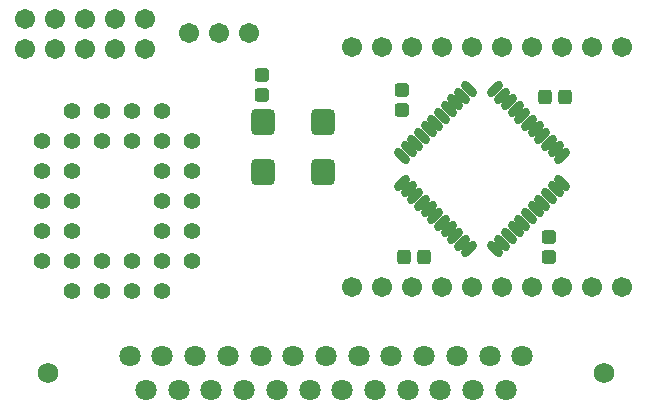
<source format=gts>
G04 Layer_Color=8388736*
%FSAX24Y24*%
%MOIN*%
G70*
G01*
G75*
G04:AMPARAMS|DCode=26|XSize=29.7mil|YSize=65.1mil|CornerRadius=0mil|HoleSize=0mil|Usage=FLASHONLY|Rotation=45.000|XOffset=0mil|YOffset=0mil|HoleType=Round|Shape=Round|*
%AMOVALD26*
21,1,0.0354,0.0297,0.0000,0.0000,135.0*
1,1,0.0297,0.0125,-0.0125*
1,1,0.0297,-0.0125,0.0125*
%
%ADD26OVALD26*%

G04:AMPARAMS|DCode=27|XSize=29.7mil|YSize=65.1mil|CornerRadius=0mil|HoleSize=0mil|Usage=FLASHONLY|Rotation=135.000|XOffset=0mil|YOffset=0mil|HoleType=Round|Shape=Round|*
%AMOVALD27*
21,1,0.0354,0.0297,0.0000,0.0000,225.0*
1,1,0.0297,0.0125,0.0125*
1,1,0.0297,-0.0125,-0.0125*
%
%ADD27OVALD27*%

G04:AMPARAMS|DCode=28|XSize=47.4mil|YSize=43.4mil|CornerRadius=8.4mil|HoleSize=0mil|Usage=FLASHONLY|Rotation=180.000|XOffset=0mil|YOffset=0mil|HoleType=Round|Shape=RoundedRectangle|*
%AMROUNDEDRECTD28*
21,1,0.0474,0.0266,0,0,180.0*
21,1,0.0305,0.0434,0,0,180.0*
1,1,0.0169,-0.0153,0.0133*
1,1,0.0169,0.0153,0.0133*
1,1,0.0169,0.0153,-0.0133*
1,1,0.0169,-0.0153,-0.0133*
%
%ADD28ROUNDEDRECTD28*%
G04:AMPARAMS|DCode=29|XSize=47.4mil|YSize=43.4mil|CornerRadius=8.4mil|HoleSize=0mil|Usage=FLASHONLY|Rotation=270.000|XOffset=0mil|YOffset=0mil|HoleType=Round|Shape=RoundedRectangle|*
%AMROUNDEDRECTD29*
21,1,0.0474,0.0266,0,0,270.0*
21,1,0.0305,0.0434,0,0,270.0*
1,1,0.0169,-0.0133,-0.0153*
1,1,0.0169,-0.0133,0.0153*
1,1,0.0169,0.0133,0.0153*
1,1,0.0169,0.0133,-0.0153*
%
%ADD29ROUNDEDRECTD29*%
G04:AMPARAMS|DCode=30|XSize=76.8mil|YSize=84.6mil|CornerRadius=11.8mil|HoleSize=0mil|Usage=FLASHONLY|Rotation=0.000|XOffset=0mil|YOffset=0mil|HoleType=Round|Shape=RoundedRectangle|*
%AMROUNDEDRECTD30*
21,1,0.0768,0.0610,0,0,0.0*
21,1,0.0532,0.0846,0,0,0.0*
1,1,0.0236,0.0266,-0.0305*
1,1,0.0236,-0.0266,-0.0305*
1,1,0.0236,-0.0266,0.0305*
1,1,0.0236,0.0266,0.0305*
%
%ADD30ROUNDEDRECTD30*%
%ADD31C,0.0710*%
%ADD32C,0.0680*%
%ADD33C,0.0560*%
%ADD34C,0.0670*%
%ADD35C,0.0671*%
D26*
X031770Y031264D02*
D03*
X031992Y031487D02*
D03*
X032215Y031710D02*
D03*
X032438Y031932D02*
D03*
X032660Y032155D02*
D03*
X032883Y032378D02*
D03*
X033106Y032601D02*
D03*
X033329Y032823D02*
D03*
X033551Y033046D02*
D03*
X033774Y033269D02*
D03*
X033997Y033491D02*
D03*
X037115Y030374D02*
D03*
X036892Y030151D02*
D03*
X036669Y029928D02*
D03*
X036446Y029705D02*
D03*
X036224Y029483D02*
D03*
X036001Y029260D02*
D03*
X035778Y029037D02*
D03*
X035556Y028815D02*
D03*
X035333Y028592D02*
D03*
X035110Y028369D02*
D03*
X034887Y028146D02*
D03*
D27*
Y033491D02*
D03*
X035110Y033269D02*
D03*
X035333Y033046D02*
D03*
X035556Y032823D02*
D03*
X035778Y032601D02*
D03*
X036001Y032378D02*
D03*
X036224Y032155D02*
D03*
X036446Y031932D02*
D03*
X036669Y031710D02*
D03*
X036892Y031487D02*
D03*
X037115Y031264D02*
D03*
X033997Y028146D02*
D03*
X033774Y028369D02*
D03*
X033551Y028592D02*
D03*
X033329Y028815D02*
D03*
X033106Y029037D02*
D03*
X032883Y029260D02*
D03*
X032660Y029483D02*
D03*
X032438Y029705D02*
D03*
X032215Y029928D02*
D03*
X031992Y030151D02*
D03*
X031770Y030374D02*
D03*
D28*
X027119Y033280D02*
D03*
Y033949D02*
D03*
X036686Y028555D02*
D03*
Y027886D02*
D03*
X031765Y032807D02*
D03*
Y033476D02*
D03*
D29*
X032493Y027906D02*
D03*
X031824D02*
D03*
X036548Y033221D02*
D03*
X037218D02*
D03*
D30*
X027143Y030740D02*
D03*
X029143D02*
D03*
Y032394D02*
D03*
X027143D02*
D03*
D31*
X022702Y024598D02*
D03*
X030873Y023476D02*
D03*
X033054D02*
D03*
X031964D02*
D03*
X034145D02*
D03*
X035235D02*
D03*
X029783D02*
D03*
X023239D02*
D03*
X028692D02*
D03*
X027602D02*
D03*
X025420D02*
D03*
X026511D02*
D03*
X024330D02*
D03*
X024875Y024595D02*
D03*
X027056D02*
D03*
X025966D02*
D03*
X028147D02*
D03*
X029237D02*
D03*
X023785D02*
D03*
X030328D02*
D03*
X035781D02*
D03*
X034690D02*
D03*
X032509D02*
D03*
X033600D02*
D03*
X031418D02*
D03*
D32*
X019985Y024035D02*
D03*
X038505D02*
D03*
D33*
X020781Y032748D02*
D03*
X021781D02*
D03*
X022781D02*
D03*
X023781D02*
D03*
X019781Y031748D02*
D03*
X020781D02*
D03*
X021781D02*
D03*
X022781D02*
D03*
X023781D02*
D03*
X024781D02*
D03*
X019781Y030748D02*
D03*
X020781D02*
D03*
X023781D02*
D03*
X024781D02*
D03*
X019781Y029748D02*
D03*
X020781D02*
D03*
X023781D02*
D03*
X024781D02*
D03*
X020781Y027748D02*
D03*
X021781D02*
D03*
X022781D02*
D03*
X023781D02*
D03*
X024781D02*
D03*
X019781D02*
D03*
X020781Y026748D02*
D03*
X021781D02*
D03*
X022781D02*
D03*
X023781D02*
D03*
X024781Y028748D02*
D03*
X023781D02*
D03*
X020781D02*
D03*
X019781D02*
D03*
D34*
X030111Y034882D02*
D03*
X031111D02*
D03*
X032111D02*
D03*
X033111D02*
D03*
X034111D02*
D03*
X035111D02*
D03*
X036111D02*
D03*
X037111D02*
D03*
X038111D02*
D03*
X039111D02*
D03*
Y026882D02*
D03*
X038111D02*
D03*
X037111D02*
D03*
X036111D02*
D03*
X035111D02*
D03*
X034111D02*
D03*
X033111D02*
D03*
X032111D02*
D03*
X031111D02*
D03*
X030111D02*
D03*
D35*
X019222Y035819D02*
D03*
Y034819D02*
D03*
X021222Y035819D02*
D03*
Y034819D02*
D03*
X020222D02*
D03*
Y035819D02*
D03*
X022222D02*
D03*
Y034819D02*
D03*
X023222D02*
D03*
Y035819D02*
D03*
X024686Y035347D02*
D03*
X025686D02*
D03*
X026686D02*
D03*
M02*

</source>
